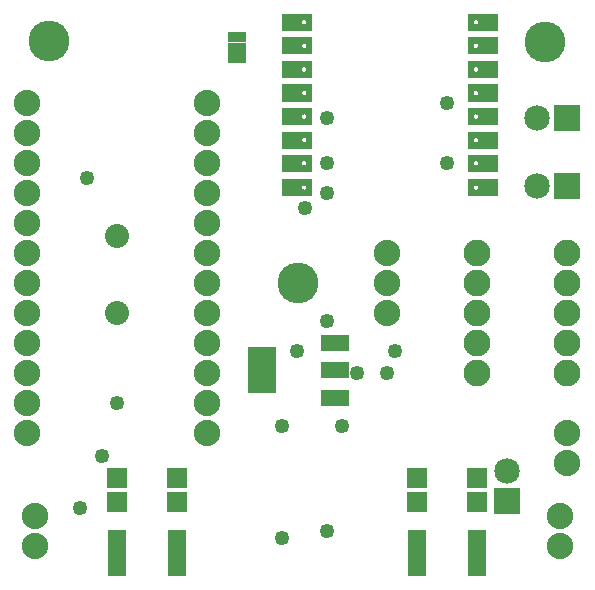
<source format=gbs>
G04 MADE WITH FRITZING*
G04 WWW.FRITZING.ORG*
G04 DOUBLE SIDED*
G04 HOLES PLATED*
G04 CONTOUR ON CENTER OF CONTOUR VECTOR*
%ASAXBY*%
%FSLAX23Y23*%
%MOIN*%
%OFA0B0*%
%SFA1.0B1.0*%
%ADD10C,0.049370*%
%ADD11C,0.135984*%
%ADD12C,0.088000*%
%ADD13C,0.085000*%
%ADD14C,0.080000*%
%ADD15C,0.089370*%
%ADD16R,0.085000X0.085000*%
%ADD17R,0.060000X0.035000*%
%ADD18R,0.061181X0.151823*%
%ADD19R,0.069055X0.065118*%
%ADD20R,0.098000X0.058000*%
%ADD21R,0.096614X0.151732*%
%ADD22R,0.001000X0.001000*%
%LNMASK0*%
G90*
G70*
G54D10*
X284Y1334D03*
X333Y409D03*
X258Y233D03*
X1084Y859D03*
X984Y759D03*
X934Y134D03*
X1284Y684D03*
X1184Y684D03*
X1084Y158D03*
X1309Y758D03*
G54D11*
X1811Y1788D03*
X157Y1790D03*
X985Y983D03*
G54D10*
X934Y509D03*
X384Y584D03*
X1134Y509D03*
G54D12*
X1859Y209D03*
X1859Y109D03*
X109Y209D03*
X109Y109D03*
G54D10*
X1484Y1584D03*
X1484Y1384D03*
X1084Y1384D03*
X1009Y1234D03*
X1084Y1534D03*
X1084Y1284D03*
G54D13*
X1884Y1309D03*
X1784Y1309D03*
X1884Y1534D03*
X1784Y1534D03*
X1684Y259D03*
X1684Y359D03*
G54D12*
X1884Y484D03*
X1884Y384D03*
X1284Y1084D03*
X1284Y984D03*
X1284Y884D03*
G54D14*
X384Y1140D03*
X384Y884D03*
X384Y1140D03*
X384Y884D03*
X384Y1140D03*
X384Y884D03*
G54D15*
X1884Y1084D03*
X1884Y984D03*
X1884Y884D03*
X1884Y784D03*
X1884Y684D03*
X1584Y1084D03*
X1584Y984D03*
X1584Y884D03*
X1584Y784D03*
X1584Y684D03*
G54D12*
X84Y1584D03*
X84Y1484D03*
X84Y1384D03*
X84Y1284D03*
X84Y1184D03*
X84Y1084D03*
X84Y984D03*
X84Y884D03*
X84Y784D03*
X84Y684D03*
X84Y584D03*
X84Y484D03*
X684Y1584D03*
X684Y1484D03*
X684Y1384D03*
X684Y1284D03*
X684Y1184D03*
X684Y1084D03*
X684Y984D03*
X684Y884D03*
X684Y784D03*
X684Y684D03*
X684Y584D03*
X684Y484D03*
G54D16*
X1884Y1309D03*
X1884Y1534D03*
X1684Y259D03*
G54D17*
X784Y1734D03*
X784Y1769D03*
X784Y1804D03*
G54D18*
X384Y84D03*
X584Y84D03*
X1384Y84D03*
X1584Y84D03*
G54D19*
X1384Y334D03*
X1384Y253D03*
X1584Y334D03*
X1584Y253D03*
X584Y334D03*
X584Y253D03*
X384Y334D03*
X384Y253D03*
G54D20*
X1109Y784D03*
X1109Y693D03*
X1109Y602D03*
G54D21*
X865Y693D03*
G54D22*
X934Y1882D02*
X1032Y1882D01*
X1554Y1882D02*
X1652Y1882D01*
X934Y1881D02*
X1032Y1881D01*
X1554Y1881D02*
X1652Y1881D01*
X934Y1880D02*
X1032Y1880D01*
X1554Y1880D02*
X1652Y1880D01*
X934Y1879D02*
X1032Y1879D01*
X1554Y1879D02*
X1652Y1879D01*
X934Y1878D02*
X1032Y1878D01*
X1554Y1878D02*
X1652Y1878D01*
X934Y1877D02*
X1032Y1877D01*
X1554Y1877D02*
X1652Y1877D01*
X934Y1876D02*
X1032Y1876D01*
X1554Y1876D02*
X1652Y1876D01*
X934Y1875D02*
X1032Y1875D01*
X1554Y1875D02*
X1652Y1875D01*
X934Y1874D02*
X1032Y1874D01*
X1554Y1874D02*
X1652Y1874D01*
X934Y1873D02*
X1032Y1873D01*
X1554Y1873D02*
X1652Y1873D01*
X934Y1872D02*
X1032Y1872D01*
X1554Y1872D02*
X1652Y1872D01*
X934Y1871D02*
X1032Y1871D01*
X1554Y1871D02*
X1652Y1871D01*
X934Y1870D02*
X1032Y1870D01*
X1554Y1870D02*
X1652Y1870D01*
X934Y1869D02*
X1032Y1869D01*
X1554Y1869D02*
X1652Y1869D01*
X934Y1868D02*
X1032Y1868D01*
X1554Y1868D02*
X1652Y1868D01*
X934Y1867D02*
X1032Y1867D01*
X1554Y1867D02*
X1652Y1867D01*
X934Y1866D02*
X1032Y1866D01*
X1554Y1866D02*
X1652Y1866D01*
X934Y1865D02*
X1032Y1865D01*
X1554Y1865D02*
X1652Y1865D01*
X934Y1864D02*
X1032Y1864D01*
X1554Y1864D02*
X1652Y1864D01*
X934Y1863D02*
X1032Y1863D01*
X1554Y1863D02*
X1652Y1863D01*
X934Y1862D02*
X1032Y1862D01*
X1554Y1862D02*
X1652Y1862D01*
X934Y1861D02*
X1005Y1861D01*
X1009Y1861D02*
X1032Y1861D01*
X1554Y1861D02*
X1577Y1861D01*
X1581Y1861D02*
X1652Y1861D01*
X934Y1860D02*
X1002Y1860D01*
X1011Y1860D02*
X1032Y1860D01*
X1554Y1860D02*
X1574Y1860D01*
X1583Y1860D02*
X1652Y1860D01*
X934Y1859D02*
X1001Y1859D01*
X1012Y1859D02*
X1032Y1859D01*
X1554Y1859D02*
X1573Y1859D01*
X1584Y1859D02*
X1652Y1859D01*
X934Y1858D02*
X1000Y1858D01*
X1013Y1858D02*
X1032Y1858D01*
X1554Y1858D02*
X1572Y1858D01*
X1585Y1858D02*
X1652Y1858D01*
X934Y1857D02*
X1000Y1857D01*
X1014Y1857D02*
X1032Y1857D01*
X1554Y1857D02*
X1572Y1857D01*
X1586Y1857D02*
X1652Y1857D01*
X934Y1856D02*
X999Y1856D01*
X1014Y1856D02*
X1032Y1856D01*
X1554Y1856D02*
X1571Y1856D01*
X1586Y1856D02*
X1652Y1856D01*
X934Y1855D02*
X999Y1855D01*
X1014Y1855D02*
X1032Y1855D01*
X1554Y1855D02*
X1571Y1855D01*
X1586Y1855D02*
X1652Y1855D01*
X934Y1854D02*
X999Y1854D01*
X1014Y1854D02*
X1032Y1854D01*
X1554Y1854D02*
X1571Y1854D01*
X1586Y1854D02*
X1652Y1854D01*
X934Y1853D02*
X999Y1853D01*
X1014Y1853D02*
X1032Y1853D01*
X1554Y1853D02*
X1571Y1853D01*
X1586Y1853D02*
X1652Y1853D01*
X934Y1852D02*
X999Y1852D01*
X1014Y1852D02*
X1032Y1852D01*
X1554Y1852D02*
X1571Y1852D01*
X1586Y1852D02*
X1652Y1852D01*
X934Y1851D02*
X1000Y1851D01*
X1014Y1851D02*
X1032Y1851D01*
X1554Y1851D02*
X1572Y1851D01*
X1586Y1851D02*
X1652Y1851D01*
X934Y1850D02*
X1000Y1850D01*
X1013Y1850D02*
X1032Y1850D01*
X1554Y1850D02*
X1572Y1850D01*
X1585Y1850D02*
X1652Y1850D01*
X934Y1849D02*
X1001Y1849D01*
X1012Y1849D02*
X1032Y1849D01*
X1554Y1849D02*
X1573Y1849D01*
X1584Y1849D02*
X1652Y1849D01*
X934Y1848D02*
X1002Y1848D01*
X1011Y1848D02*
X1032Y1848D01*
X1554Y1848D02*
X1574Y1848D01*
X1583Y1848D02*
X1652Y1848D01*
X934Y1847D02*
X1005Y1847D01*
X1009Y1847D02*
X1032Y1847D01*
X1554Y1847D02*
X1577Y1847D01*
X1581Y1847D02*
X1652Y1847D01*
X934Y1846D02*
X1032Y1846D01*
X1554Y1846D02*
X1652Y1846D01*
X934Y1845D02*
X1032Y1845D01*
X1554Y1845D02*
X1652Y1845D01*
X934Y1844D02*
X1032Y1844D01*
X1554Y1844D02*
X1652Y1844D01*
X934Y1843D02*
X1032Y1843D01*
X1554Y1843D02*
X1652Y1843D01*
X934Y1842D02*
X1032Y1842D01*
X1554Y1842D02*
X1652Y1842D01*
X934Y1841D02*
X1032Y1841D01*
X1554Y1841D02*
X1652Y1841D01*
X934Y1840D02*
X1032Y1840D01*
X1554Y1840D02*
X1652Y1840D01*
X934Y1839D02*
X1032Y1839D01*
X1554Y1839D02*
X1652Y1839D01*
X934Y1838D02*
X1032Y1838D01*
X1554Y1838D02*
X1652Y1838D01*
X934Y1837D02*
X1032Y1837D01*
X1554Y1837D02*
X1652Y1837D01*
X934Y1836D02*
X1032Y1836D01*
X1554Y1836D02*
X1652Y1836D01*
X934Y1835D02*
X1032Y1835D01*
X1554Y1835D02*
X1652Y1835D01*
X934Y1834D02*
X1032Y1834D01*
X1554Y1834D02*
X1652Y1834D01*
X934Y1833D02*
X1032Y1833D01*
X1554Y1833D02*
X1652Y1833D01*
X934Y1832D02*
X1032Y1832D01*
X1554Y1832D02*
X1652Y1832D01*
X934Y1831D02*
X1032Y1831D01*
X1554Y1831D02*
X1652Y1831D01*
X934Y1830D02*
X1032Y1830D01*
X1554Y1830D02*
X1652Y1830D01*
X934Y1829D02*
X1032Y1829D01*
X1554Y1829D02*
X1652Y1829D01*
X934Y1828D02*
X1032Y1828D01*
X1554Y1828D02*
X1652Y1828D01*
X934Y1827D02*
X1032Y1827D01*
X1554Y1827D02*
X1652Y1827D01*
X934Y1826D02*
X1032Y1826D01*
X1554Y1826D02*
X1652Y1826D01*
X934Y1803D02*
X1032Y1803D01*
X1554Y1803D02*
X1652Y1803D01*
X934Y1802D02*
X1032Y1802D01*
X1554Y1802D02*
X1652Y1802D01*
X934Y1801D02*
X1032Y1801D01*
X1554Y1801D02*
X1652Y1801D01*
X934Y1800D02*
X1032Y1800D01*
X1554Y1800D02*
X1652Y1800D01*
X934Y1799D02*
X1032Y1799D01*
X1554Y1799D02*
X1652Y1799D01*
X934Y1798D02*
X1032Y1798D01*
X1554Y1798D02*
X1652Y1798D01*
X934Y1797D02*
X1032Y1797D01*
X1554Y1797D02*
X1652Y1797D01*
X934Y1796D02*
X1032Y1796D01*
X1554Y1796D02*
X1652Y1796D01*
X934Y1795D02*
X1032Y1795D01*
X1554Y1795D02*
X1652Y1795D01*
X934Y1794D02*
X1032Y1794D01*
X1554Y1794D02*
X1652Y1794D01*
X934Y1793D02*
X1032Y1793D01*
X1554Y1793D02*
X1652Y1793D01*
X934Y1792D02*
X1032Y1792D01*
X1554Y1792D02*
X1652Y1792D01*
X934Y1791D02*
X1032Y1791D01*
X1554Y1791D02*
X1652Y1791D01*
X934Y1790D02*
X1032Y1790D01*
X1554Y1790D02*
X1652Y1790D01*
X934Y1789D02*
X1032Y1789D01*
X1554Y1789D02*
X1652Y1789D01*
X934Y1788D02*
X1032Y1788D01*
X1554Y1788D02*
X1652Y1788D01*
X934Y1787D02*
X1032Y1787D01*
X1554Y1787D02*
X1652Y1787D01*
X934Y1786D02*
X1032Y1786D01*
X1554Y1786D02*
X1652Y1786D01*
X934Y1785D02*
X1032Y1785D01*
X1554Y1785D02*
X1652Y1785D01*
X934Y1784D02*
X1032Y1784D01*
X1554Y1784D02*
X1652Y1784D01*
X934Y1783D02*
X1032Y1783D01*
X1554Y1783D02*
X1652Y1783D01*
X934Y1782D02*
X1004Y1782D01*
X1010Y1782D02*
X1032Y1782D01*
X1554Y1782D02*
X1576Y1782D01*
X1582Y1782D02*
X1652Y1782D01*
X934Y1781D02*
X1002Y1781D01*
X1012Y1781D02*
X1032Y1781D01*
X1554Y1781D02*
X1574Y1781D01*
X1584Y1781D02*
X1652Y1781D01*
X934Y1780D02*
X1001Y1780D01*
X1013Y1780D02*
X1032Y1780D01*
X1554Y1780D02*
X1573Y1780D01*
X1585Y1780D02*
X1652Y1780D01*
X934Y1779D02*
X1000Y1779D01*
X1013Y1779D02*
X1032Y1779D01*
X1554Y1779D02*
X1572Y1779D01*
X1585Y1779D02*
X1652Y1779D01*
X934Y1778D02*
X1000Y1778D01*
X1014Y1778D02*
X1032Y1778D01*
X1554Y1778D02*
X1572Y1778D01*
X1586Y1778D02*
X1652Y1778D01*
X934Y1777D02*
X999Y1777D01*
X1014Y1777D02*
X1032Y1777D01*
X1554Y1777D02*
X1571Y1777D01*
X1586Y1777D02*
X1652Y1777D01*
X934Y1776D02*
X999Y1776D01*
X1014Y1776D02*
X1032Y1776D01*
X1554Y1776D02*
X1571Y1776D01*
X1586Y1776D02*
X1652Y1776D01*
X934Y1775D02*
X999Y1775D01*
X1014Y1775D02*
X1032Y1775D01*
X1554Y1775D02*
X1571Y1775D01*
X1586Y1775D02*
X1652Y1775D01*
X934Y1774D02*
X999Y1774D01*
X1014Y1774D02*
X1032Y1774D01*
X1554Y1774D02*
X1571Y1774D01*
X1586Y1774D02*
X1652Y1774D01*
X934Y1773D02*
X999Y1773D01*
X1014Y1773D02*
X1032Y1773D01*
X1554Y1773D02*
X1572Y1773D01*
X1586Y1773D02*
X1652Y1773D01*
X934Y1772D02*
X1000Y1772D01*
X1014Y1772D02*
X1032Y1772D01*
X1554Y1772D02*
X1572Y1772D01*
X1586Y1772D02*
X1652Y1772D01*
X934Y1771D02*
X1001Y1771D01*
X1013Y1771D02*
X1032Y1771D01*
X1554Y1771D02*
X1573Y1771D01*
X1585Y1771D02*
X1652Y1771D01*
X934Y1770D02*
X1001Y1770D01*
X1012Y1770D02*
X1032Y1770D01*
X1554Y1770D02*
X1573Y1770D01*
X1584Y1770D02*
X1652Y1770D01*
X934Y1769D02*
X1003Y1769D01*
X1011Y1769D02*
X1032Y1769D01*
X1554Y1769D02*
X1575Y1769D01*
X1583Y1769D02*
X1652Y1769D01*
X934Y1768D02*
X1032Y1768D01*
X1554Y1768D02*
X1652Y1768D01*
X934Y1767D02*
X1032Y1767D01*
X1554Y1767D02*
X1652Y1767D01*
X934Y1766D02*
X1032Y1766D01*
X1554Y1766D02*
X1652Y1766D01*
X934Y1765D02*
X1032Y1765D01*
X1554Y1765D02*
X1652Y1765D01*
X934Y1764D02*
X1032Y1764D01*
X1554Y1764D02*
X1652Y1764D01*
X934Y1763D02*
X1032Y1763D01*
X1554Y1763D02*
X1652Y1763D01*
X934Y1762D02*
X1032Y1762D01*
X1554Y1762D02*
X1652Y1762D01*
X934Y1761D02*
X1032Y1761D01*
X1554Y1761D02*
X1652Y1761D01*
X934Y1760D02*
X1032Y1760D01*
X1554Y1760D02*
X1652Y1760D01*
X934Y1759D02*
X1032Y1759D01*
X1554Y1759D02*
X1652Y1759D01*
X934Y1758D02*
X1032Y1758D01*
X1554Y1758D02*
X1652Y1758D01*
X934Y1757D02*
X1032Y1757D01*
X1554Y1757D02*
X1652Y1757D01*
X934Y1756D02*
X1032Y1756D01*
X1554Y1756D02*
X1652Y1756D01*
X934Y1755D02*
X1032Y1755D01*
X1554Y1755D02*
X1652Y1755D01*
X934Y1754D02*
X1032Y1754D01*
X1554Y1754D02*
X1652Y1754D01*
X934Y1753D02*
X1032Y1753D01*
X1554Y1753D02*
X1652Y1753D01*
X934Y1752D02*
X1032Y1752D01*
X1554Y1752D02*
X1652Y1752D01*
X934Y1751D02*
X1032Y1751D01*
X1554Y1751D02*
X1652Y1751D01*
X934Y1750D02*
X1032Y1750D01*
X1554Y1750D02*
X1652Y1750D01*
X934Y1749D02*
X1032Y1749D01*
X1554Y1749D02*
X1652Y1749D01*
X934Y1748D02*
X1032Y1748D01*
X1554Y1748D02*
X1652Y1748D01*
X934Y1747D02*
X1032Y1747D01*
X1554Y1747D02*
X1652Y1747D01*
X934Y1725D02*
X1031Y1725D01*
X1554Y1725D02*
X1651Y1725D01*
X934Y1724D02*
X1032Y1724D01*
X1554Y1724D02*
X1652Y1724D01*
X934Y1723D02*
X1032Y1723D01*
X1554Y1723D02*
X1652Y1723D01*
X934Y1722D02*
X1032Y1722D01*
X1554Y1722D02*
X1652Y1722D01*
X934Y1721D02*
X1032Y1721D01*
X1554Y1721D02*
X1652Y1721D01*
X934Y1720D02*
X1032Y1720D01*
X1554Y1720D02*
X1652Y1720D01*
X934Y1719D02*
X1032Y1719D01*
X1554Y1719D02*
X1652Y1719D01*
X934Y1718D02*
X1032Y1718D01*
X1554Y1718D02*
X1652Y1718D01*
X934Y1717D02*
X1032Y1717D01*
X1554Y1717D02*
X1652Y1717D01*
X934Y1716D02*
X1032Y1716D01*
X1554Y1716D02*
X1652Y1716D01*
X934Y1715D02*
X1032Y1715D01*
X1554Y1715D02*
X1652Y1715D01*
X934Y1714D02*
X1032Y1714D01*
X1554Y1714D02*
X1652Y1714D01*
X934Y1713D02*
X1032Y1713D01*
X1554Y1713D02*
X1652Y1713D01*
X934Y1712D02*
X1032Y1712D01*
X1554Y1712D02*
X1652Y1712D01*
X934Y1711D02*
X1032Y1711D01*
X1554Y1711D02*
X1652Y1711D01*
X934Y1710D02*
X1032Y1710D01*
X1554Y1710D02*
X1652Y1710D01*
X934Y1709D02*
X1032Y1709D01*
X1554Y1709D02*
X1652Y1709D01*
X934Y1708D02*
X1032Y1708D01*
X1554Y1708D02*
X1652Y1708D01*
X934Y1707D02*
X1032Y1707D01*
X1554Y1707D02*
X1652Y1707D01*
X934Y1706D02*
X1032Y1706D01*
X1554Y1706D02*
X1652Y1706D01*
X934Y1705D02*
X1032Y1705D01*
X1554Y1705D02*
X1652Y1705D01*
X934Y1704D02*
X1032Y1704D01*
X1554Y1704D02*
X1652Y1704D01*
X934Y1703D02*
X1003Y1703D01*
X1010Y1703D02*
X1032Y1703D01*
X1554Y1703D02*
X1575Y1703D01*
X1582Y1703D02*
X1652Y1703D01*
X934Y1702D02*
X1002Y1702D01*
X1012Y1702D02*
X1032Y1702D01*
X1554Y1702D02*
X1574Y1702D01*
X1584Y1702D02*
X1652Y1702D01*
X934Y1701D02*
X1001Y1701D01*
X1013Y1701D02*
X1032Y1701D01*
X1554Y1701D02*
X1573Y1701D01*
X1585Y1701D02*
X1652Y1701D01*
X934Y1700D02*
X1000Y1700D01*
X1014Y1700D02*
X1032Y1700D01*
X1554Y1700D02*
X1572Y1700D01*
X1586Y1700D02*
X1652Y1700D01*
X934Y1699D02*
X1000Y1699D01*
X1014Y1699D02*
X1032Y1699D01*
X1554Y1699D02*
X1572Y1699D01*
X1586Y1699D02*
X1652Y1699D01*
X934Y1698D02*
X999Y1698D01*
X1014Y1698D02*
X1032Y1698D01*
X1554Y1698D02*
X1571Y1698D01*
X1586Y1698D02*
X1652Y1698D01*
X934Y1697D02*
X999Y1697D01*
X1014Y1697D02*
X1032Y1697D01*
X1554Y1697D02*
X1571Y1697D01*
X1586Y1697D02*
X1652Y1697D01*
X934Y1696D02*
X999Y1696D01*
X1014Y1696D02*
X1032Y1696D01*
X1554Y1696D02*
X1571Y1696D01*
X1586Y1696D02*
X1652Y1696D01*
X934Y1695D02*
X999Y1695D01*
X1014Y1695D02*
X1032Y1695D01*
X1554Y1695D02*
X1571Y1695D01*
X1586Y1695D02*
X1652Y1695D01*
X934Y1694D02*
X1000Y1694D01*
X1014Y1694D02*
X1032Y1694D01*
X1554Y1694D02*
X1572Y1694D01*
X1586Y1694D02*
X1652Y1694D01*
X934Y1693D02*
X1000Y1693D01*
X1014Y1693D02*
X1032Y1693D01*
X1554Y1693D02*
X1572Y1693D01*
X1586Y1693D02*
X1652Y1693D01*
X934Y1692D02*
X1001Y1692D01*
X1013Y1692D02*
X1032Y1692D01*
X1554Y1692D02*
X1573Y1692D01*
X1585Y1692D02*
X1652Y1692D01*
X934Y1691D02*
X1002Y1691D01*
X1012Y1691D02*
X1032Y1691D01*
X1554Y1691D02*
X1574Y1691D01*
X1584Y1691D02*
X1652Y1691D01*
X934Y1690D02*
X1003Y1690D01*
X1010Y1690D02*
X1032Y1690D01*
X1554Y1690D02*
X1575Y1690D01*
X1583Y1690D02*
X1652Y1690D01*
X934Y1689D02*
X1032Y1689D01*
X1554Y1689D02*
X1652Y1689D01*
X934Y1688D02*
X1032Y1688D01*
X1554Y1688D02*
X1652Y1688D01*
X934Y1687D02*
X1032Y1687D01*
X1554Y1687D02*
X1652Y1687D01*
X934Y1686D02*
X1032Y1686D01*
X1554Y1686D02*
X1652Y1686D01*
X934Y1685D02*
X1032Y1685D01*
X1554Y1685D02*
X1652Y1685D01*
X934Y1684D02*
X1032Y1684D01*
X1554Y1684D02*
X1652Y1684D01*
X934Y1683D02*
X1032Y1683D01*
X1554Y1683D02*
X1652Y1683D01*
X934Y1682D02*
X1032Y1682D01*
X1554Y1682D02*
X1652Y1682D01*
X934Y1681D02*
X1032Y1681D01*
X1554Y1681D02*
X1652Y1681D01*
X934Y1680D02*
X1032Y1680D01*
X1554Y1680D02*
X1652Y1680D01*
X934Y1679D02*
X1032Y1679D01*
X1554Y1679D02*
X1652Y1679D01*
X934Y1678D02*
X1032Y1678D01*
X1554Y1678D02*
X1652Y1678D01*
X934Y1677D02*
X1032Y1677D01*
X1554Y1677D02*
X1652Y1677D01*
X934Y1676D02*
X1032Y1676D01*
X1554Y1676D02*
X1652Y1676D01*
X934Y1675D02*
X1032Y1675D01*
X1554Y1675D02*
X1652Y1675D01*
X934Y1674D02*
X1032Y1674D01*
X1554Y1674D02*
X1652Y1674D01*
X934Y1673D02*
X1032Y1673D01*
X1554Y1673D02*
X1652Y1673D01*
X934Y1672D02*
X1032Y1672D01*
X1554Y1672D02*
X1652Y1672D01*
X934Y1671D02*
X1032Y1671D01*
X1554Y1671D02*
X1652Y1671D01*
X934Y1670D02*
X1032Y1670D01*
X1554Y1670D02*
X1652Y1670D01*
X934Y1669D02*
X1032Y1669D01*
X1554Y1669D02*
X1652Y1669D01*
X934Y1668D02*
X1031Y1668D01*
X1554Y1668D02*
X1651Y1668D01*
X934Y1646D02*
X1032Y1646D01*
X1554Y1646D02*
X1651Y1646D01*
X934Y1645D02*
X1032Y1645D01*
X1554Y1645D02*
X1652Y1645D01*
X934Y1644D02*
X1032Y1644D01*
X1554Y1644D02*
X1652Y1644D01*
X934Y1643D02*
X1032Y1643D01*
X1554Y1643D02*
X1652Y1643D01*
X934Y1642D02*
X1032Y1642D01*
X1554Y1642D02*
X1652Y1642D01*
X934Y1641D02*
X1032Y1641D01*
X1554Y1641D02*
X1652Y1641D01*
X934Y1640D02*
X1032Y1640D01*
X1554Y1640D02*
X1652Y1640D01*
X934Y1639D02*
X1032Y1639D01*
X1554Y1639D02*
X1652Y1639D01*
X934Y1638D02*
X1032Y1638D01*
X1554Y1638D02*
X1652Y1638D01*
X934Y1637D02*
X1032Y1637D01*
X1554Y1637D02*
X1652Y1637D01*
X934Y1636D02*
X1032Y1636D01*
X1554Y1636D02*
X1652Y1636D01*
X934Y1635D02*
X1032Y1635D01*
X1554Y1635D02*
X1652Y1635D01*
X934Y1634D02*
X1032Y1634D01*
X1554Y1634D02*
X1652Y1634D01*
X934Y1633D02*
X1032Y1633D01*
X1554Y1633D02*
X1652Y1633D01*
X934Y1632D02*
X1032Y1632D01*
X1554Y1632D02*
X1652Y1632D01*
X934Y1631D02*
X1032Y1631D01*
X1554Y1631D02*
X1652Y1631D01*
X934Y1630D02*
X1032Y1630D01*
X1554Y1630D02*
X1652Y1630D01*
X934Y1629D02*
X1032Y1629D01*
X1554Y1629D02*
X1652Y1629D01*
X934Y1628D02*
X1032Y1628D01*
X1554Y1628D02*
X1652Y1628D01*
X934Y1627D02*
X1032Y1627D01*
X1554Y1627D02*
X1652Y1627D01*
X934Y1626D02*
X1032Y1626D01*
X1554Y1626D02*
X1652Y1626D01*
X934Y1625D02*
X1032Y1625D01*
X1554Y1625D02*
X1652Y1625D01*
X934Y1624D02*
X1003Y1624D01*
X1011Y1624D02*
X1032Y1624D01*
X1554Y1624D02*
X1575Y1624D01*
X1583Y1624D02*
X1652Y1624D01*
X934Y1623D02*
X1001Y1623D01*
X1012Y1623D02*
X1032Y1623D01*
X1554Y1623D02*
X1573Y1623D01*
X1584Y1623D02*
X1652Y1623D01*
X934Y1622D02*
X1000Y1622D01*
X1013Y1622D02*
X1032Y1622D01*
X1554Y1622D02*
X1573Y1622D01*
X1585Y1622D02*
X1652Y1622D01*
X934Y1621D02*
X1000Y1621D01*
X1014Y1621D02*
X1032Y1621D01*
X1554Y1621D02*
X1572Y1621D01*
X1586Y1621D02*
X1652Y1621D01*
X934Y1620D02*
X999Y1620D01*
X1014Y1620D02*
X1032Y1620D01*
X1554Y1620D02*
X1571Y1620D01*
X1586Y1620D02*
X1652Y1620D01*
X934Y1619D02*
X999Y1619D01*
X1014Y1619D02*
X1032Y1619D01*
X1554Y1619D02*
X1571Y1619D01*
X1586Y1619D02*
X1652Y1619D01*
X934Y1618D02*
X999Y1618D01*
X1014Y1618D02*
X1032Y1618D01*
X1554Y1618D02*
X1571Y1618D01*
X1586Y1618D02*
X1652Y1618D01*
X934Y1617D02*
X999Y1617D01*
X1014Y1617D02*
X1032Y1617D01*
X1554Y1617D02*
X1571Y1617D01*
X1586Y1617D02*
X1652Y1617D01*
X934Y1616D02*
X999Y1616D01*
X1014Y1616D02*
X1032Y1616D01*
X1554Y1616D02*
X1571Y1616D01*
X1586Y1616D02*
X1652Y1616D01*
X934Y1615D02*
X1000Y1615D01*
X1014Y1615D02*
X1032Y1615D01*
X1554Y1615D02*
X1572Y1615D01*
X1586Y1615D02*
X1652Y1615D01*
X934Y1614D02*
X1000Y1614D01*
X1013Y1614D02*
X1032Y1614D01*
X1554Y1614D02*
X1572Y1614D01*
X1585Y1614D02*
X1652Y1614D01*
X934Y1613D02*
X1001Y1613D01*
X1013Y1613D02*
X1032Y1613D01*
X1554Y1613D02*
X1573Y1613D01*
X1585Y1613D02*
X1652Y1613D01*
X934Y1612D02*
X1002Y1612D01*
X1011Y1612D02*
X1032Y1612D01*
X1554Y1612D02*
X1574Y1612D01*
X1584Y1612D02*
X1652Y1612D01*
X934Y1611D02*
X1004Y1611D01*
X1010Y1611D02*
X1032Y1611D01*
X1554Y1611D02*
X1576Y1611D01*
X1582Y1611D02*
X1652Y1611D01*
X934Y1610D02*
X1032Y1610D01*
X1554Y1610D02*
X1652Y1610D01*
X934Y1609D02*
X1032Y1609D01*
X1554Y1609D02*
X1652Y1609D01*
X934Y1608D02*
X1032Y1608D01*
X1554Y1608D02*
X1652Y1608D01*
X934Y1607D02*
X1032Y1607D01*
X1554Y1607D02*
X1652Y1607D01*
X934Y1606D02*
X1032Y1606D01*
X1554Y1606D02*
X1652Y1606D01*
X934Y1605D02*
X1032Y1605D01*
X1554Y1605D02*
X1652Y1605D01*
X934Y1604D02*
X1032Y1604D01*
X1554Y1604D02*
X1652Y1604D01*
X934Y1603D02*
X1032Y1603D01*
X1554Y1603D02*
X1652Y1603D01*
X934Y1602D02*
X1032Y1602D01*
X1554Y1602D02*
X1652Y1602D01*
X934Y1601D02*
X1032Y1601D01*
X1554Y1601D02*
X1652Y1601D01*
X934Y1600D02*
X1032Y1600D01*
X1554Y1600D02*
X1652Y1600D01*
X934Y1599D02*
X1032Y1599D01*
X1554Y1599D02*
X1652Y1599D01*
X934Y1598D02*
X1032Y1598D01*
X1554Y1598D02*
X1652Y1598D01*
X934Y1597D02*
X1032Y1597D01*
X1554Y1597D02*
X1652Y1597D01*
X934Y1596D02*
X1032Y1596D01*
X1554Y1596D02*
X1652Y1596D01*
X934Y1595D02*
X1032Y1595D01*
X1554Y1595D02*
X1652Y1595D01*
X934Y1594D02*
X1032Y1594D01*
X1554Y1594D02*
X1652Y1594D01*
X934Y1593D02*
X1032Y1593D01*
X1554Y1593D02*
X1652Y1593D01*
X934Y1592D02*
X1032Y1592D01*
X1554Y1592D02*
X1652Y1592D01*
X934Y1591D02*
X1032Y1591D01*
X1554Y1591D02*
X1652Y1591D01*
X934Y1590D02*
X1032Y1590D01*
X1554Y1590D02*
X1652Y1590D01*
X934Y1567D02*
X1032Y1567D01*
X1554Y1567D02*
X1652Y1567D01*
X934Y1566D02*
X1032Y1566D01*
X1554Y1566D02*
X1652Y1566D01*
X934Y1565D02*
X1032Y1565D01*
X1554Y1565D02*
X1652Y1565D01*
X934Y1564D02*
X1032Y1564D01*
X1554Y1564D02*
X1652Y1564D01*
X934Y1563D02*
X1032Y1563D01*
X1554Y1563D02*
X1652Y1563D01*
X934Y1562D02*
X1032Y1562D01*
X1554Y1562D02*
X1652Y1562D01*
X934Y1561D02*
X1032Y1561D01*
X1554Y1561D02*
X1652Y1561D01*
X934Y1560D02*
X1032Y1560D01*
X1554Y1560D02*
X1652Y1560D01*
X934Y1559D02*
X1032Y1559D01*
X1554Y1559D02*
X1652Y1559D01*
X934Y1558D02*
X1032Y1558D01*
X1554Y1558D02*
X1652Y1558D01*
X934Y1557D02*
X1032Y1557D01*
X1554Y1557D02*
X1652Y1557D01*
X934Y1556D02*
X1032Y1556D01*
X1554Y1556D02*
X1652Y1556D01*
X934Y1555D02*
X1032Y1555D01*
X1554Y1555D02*
X1652Y1555D01*
X934Y1554D02*
X1032Y1554D01*
X1554Y1554D02*
X1652Y1554D01*
X934Y1553D02*
X1032Y1553D01*
X1554Y1553D02*
X1652Y1553D01*
X934Y1552D02*
X1032Y1552D01*
X1554Y1552D02*
X1652Y1552D01*
X934Y1551D02*
X1032Y1551D01*
X1554Y1551D02*
X1652Y1551D01*
X934Y1550D02*
X1032Y1550D01*
X1554Y1550D02*
X1652Y1550D01*
X934Y1549D02*
X1032Y1549D01*
X1554Y1549D02*
X1652Y1549D01*
X934Y1548D02*
X1032Y1548D01*
X1554Y1548D02*
X1652Y1548D01*
X934Y1547D02*
X1032Y1547D01*
X1554Y1547D02*
X1652Y1547D01*
X934Y1546D02*
X1004Y1546D01*
X1009Y1546D02*
X1032Y1546D01*
X1554Y1546D02*
X1577Y1546D01*
X1581Y1546D02*
X1652Y1546D01*
X934Y1545D02*
X1002Y1545D01*
X1011Y1545D02*
X1032Y1545D01*
X1554Y1545D02*
X1574Y1545D01*
X1583Y1545D02*
X1652Y1545D01*
X934Y1544D02*
X1001Y1544D01*
X1012Y1544D02*
X1032Y1544D01*
X1554Y1544D02*
X1573Y1544D01*
X1584Y1544D02*
X1652Y1544D01*
X934Y1543D02*
X1000Y1543D01*
X1013Y1543D02*
X1032Y1543D01*
X1554Y1543D02*
X1572Y1543D01*
X1585Y1543D02*
X1652Y1543D01*
X934Y1542D02*
X1000Y1542D01*
X1014Y1542D02*
X1032Y1542D01*
X1554Y1542D02*
X1572Y1542D01*
X1586Y1542D02*
X1652Y1542D01*
X934Y1541D02*
X999Y1541D01*
X1014Y1541D02*
X1032Y1541D01*
X1554Y1541D02*
X1571Y1541D01*
X1586Y1541D02*
X1652Y1541D01*
X934Y1540D02*
X999Y1540D01*
X1014Y1540D02*
X1032Y1540D01*
X1554Y1540D02*
X1571Y1540D01*
X1586Y1540D02*
X1652Y1540D01*
X934Y1539D02*
X999Y1539D01*
X1014Y1539D02*
X1032Y1539D01*
X1554Y1539D02*
X1571Y1539D01*
X1586Y1539D02*
X1652Y1539D01*
X934Y1538D02*
X999Y1538D01*
X1014Y1538D02*
X1032Y1538D01*
X1554Y1538D02*
X1571Y1538D01*
X1586Y1538D02*
X1652Y1538D01*
X934Y1537D02*
X999Y1537D01*
X1014Y1537D02*
X1032Y1537D01*
X1554Y1537D02*
X1571Y1537D01*
X1586Y1537D02*
X1652Y1537D01*
X934Y1536D02*
X1000Y1536D01*
X1014Y1536D02*
X1032Y1536D01*
X1554Y1536D02*
X1572Y1536D01*
X1586Y1536D02*
X1652Y1536D01*
X934Y1535D02*
X1000Y1535D01*
X1013Y1535D02*
X1032Y1535D01*
X1554Y1535D02*
X1572Y1535D01*
X1585Y1535D02*
X1652Y1535D01*
X934Y1534D02*
X1001Y1534D01*
X1012Y1534D02*
X1032Y1534D01*
X1554Y1534D02*
X1573Y1534D01*
X1584Y1534D02*
X1652Y1534D01*
X934Y1533D02*
X1002Y1533D01*
X1011Y1533D02*
X1032Y1533D01*
X1554Y1533D02*
X1574Y1533D01*
X1583Y1533D02*
X1652Y1533D01*
X934Y1532D02*
X1005Y1532D01*
X1008Y1532D02*
X1032Y1532D01*
X1554Y1532D02*
X1577Y1532D01*
X1581Y1532D02*
X1652Y1532D01*
X934Y1531D02*
X1032Y1531D01*
X1554Y1531D02*
X1652Y1531D01*
X934Y1530D02*
X1032Y1530D01*
X1554Y1530D02*
X1652Y1530D01*
X934Y1529D02*
X1032Y1529D01*
X1554Y1529D02*
X1652Y1529D01*
X934Y1528D02*
X1032Y1528D01*
X1554Y1528D02*
X1652Y1528D01*
X934Y1527D02*
X1032Y1527D01*
X1554Y1527D02*
X1652Y1527D01*
X934Y1526D02*
X1032Y1526D01*
X1554Y1526D02*
X1652Y1526D01*
X934Y1525D02*
X1032Y1525D01*
X1554Y1525D02*
X1652Y1525D01*
X934Y1524D02*
X1032Y1524D01*
X1554Y1524D02*
X1652Y1524D01*
X934Y1523D02*
X1032Y1523D01*
X1554Y1523D02*
X1652Y1523D01*
X934Y1522D02*
X1032Y1522D01*
X1554Y1522D02*
X1652Y1522D01*
X934Y1521D02*
X1032Y1521D01*
X1554Y1521D02*
X1652Y1521D01*
X934Y1520D02*
X1032Y1520D01*
X1554Y1520D02*
X1652Y1520D01*
X934Y1519D02*
X1032Y1519D01*
X1554Y1519D02*
X1652Y1519D01*
X934Y1518D02*
X1032Y1518D01*
X1554Y1518D02*
X1652Y1518D01*
X934Y1517D02*
X1032Y1517D01*
X1554Y1517D02*
X1652Y1517D01*
X934Y1516D02*
X1032Y1516D01*
X1554Y1516D02*
X1652Y1516D01*
X934Y1515D02*
X1032Y1515D01*
X1554Y1515D02*
X1652Y1515D01*
X934Y1514D02*
X1032Y1514D01*
X1554Y1514D02*
X1652Y1514D01*
X934Y1513D02*
X1032Y1513D01*
X1554Y1513D02*
X1652Y1513D01*
X934Y1512D02*
X1032Y1512D01*
X1554Y1512D02*
X1652Y1512D01*
X934Y1511D02*
X1032Y1511D01*
X1554Y1511D02*
X1652Y1511D01*
X934Y1488D02*
X1032Y1488D01*
X1554Y1488D02*
X1652Y1488D01*
X934Y1487D02*
X1032Y1487D01*
X1554Y1487D02*
X1652Y1487D01*
X934Y1486D02*
X1032Y1486D01*
X1554Y1486D02*
X1652Y1486D01*
X934Y1485D02*
X1032Y1485D01*
X1554Y1485D02*
X1652Y1485D01*
X934Y1484D02*
X1032Y1484D01*
X1554Y1484D02*
X1652Y1484D01*
X934Y1483D02*
X1032Y1483D01*
X1554Y1483D02*
X1652Y1483D01*
X934Y1482D02*
X1032Y1482D01*
X1554Y1482D02*
X1652Y1482D01*
X934Y1481D02*
X1032Y1481D01*
X1554Y1481D02*
X1652Y1481D01*
X934Y1480D02*
X1032Y1480D01*
X1554Y1480D02*
X1652Y1480D01*
X934Y1479D02*
X1032Y1479D01*
X1554Y1479D02*
X1652Y1479D01*
X934Y1478D02*
X1032Y1478D01*
X1554Y1478D02*
X1652Y1478D01*
X934Y1477D02*
X1032Y1477D01*
X1554Y1477D02*
X1652Y1477D01*
X934Y1476D02*
X1032Y1476D01*
X1554Y1476D02*
X1652Y1476D01*
X934Y1475D02*
X1032Y1475D01*
X1554Y1475D02*
X1652Y1475D01*
X934Y1474D02*
X1032Y1474D01*
X1554Y1474D02*
X1652Y1474D01*
X934Y1473D02*
X1032Y1473D01*
X1554Y1473D02*
X1652Y1473D01*
X934Y1472D02*
X1032Y1472D01*
X1554Y1472D02*
X1652Y1472D01*
X934Y1471D02*
X1032Y1471D01*
X1554Y1471D02*
X1652Y1471D01*
X934Y1470D02*
X1032Y1470D01*
X1554Y1470D02*
X1652Y1470D01*
X934Y1469D02*
X1032Y1469D01*
X1554Y1469D02*
X1652Y1469D01*
X934Y1468D02*
X1032Y1468D01*
X1554Y1468D02*
X1652Y1468D01*
X934Y1467D02*
X1004Y1467D01*
X1010Y1467D02*
X1032Y1467D01*
X1554Y1467D02*
X1576Y1467D01*
X1582Y1467D02*
X1652Y1467D01*
X934Y1466D02*
X1002Y1466D01*
X1012Y1466D02*
X1032Y1466D01*
X1554Y1466D02*
X1574Y1466D01*
X1584Y1466D02*
X1652Y1466D01*
X934Y1465D02*
X1001Y1465D01*
X1013Y1465D02*
X1032Y1465D01*
X1554Y1465D02*
X1573Y1465D01*
X1585Y1465D02*
X1652Y1465D01*
X934Y1464D02*
X1000Y1464D01*
X1013Y1464D02*
X1032Y1464D01*
X1554Y1464D02*
X1572Y1464D01*
X1586Y1464D02*
X1652Y1464D01*
X934Y1463D02*
X1000Y1463D01*
X1014Y1463D02*
X1032Y1463D01*
X1554Y1463D02*
X1572Y1463D01*
X1586Y1463D02*
X1652Y1463D01*
X934Y1462D02*
X999Y1462D01*
X1014Y1462D02*
X1032Y1462D01*
X1554Y1462D02*
X1571Y1462D01*
X1586Y1462D02*
X1652Y1462D01*
X934Y1461D02*
X999Y1461D01*
X1014Y1461D02*
X1032Y1461D01*
X1554Y1461D02*
X1571Y1461D01*
X1586Y1461D02*
X1652Y1461D01*
X934Y1460D02*
X999Y1460D01*
X1014Y1460D02*
X1032Y1460D01*
X1554Y1460D02*
X1571Y1460D01*
X1586Y1460D02*
X1652Y1460D01*
X934Y1459D02*
X999Y1459D01*
X1014Y1459D02*
X1032Y1459D01*
X1554Y1459D02*
X1571Y1459D01*
X1586Y1459D02*
X1652Y1459D01*
X934Y1458D02*
X999Y1458D01*
X1014Y1458D02*
X1032Y1458D01*
X1554Y1458D02*
X1572Y1458D01*
X1586Y1458D02*
X1652Y1458D01*
X934Y1457D02*
X1000Y1457D01*
X1014Y1457D02*
X1032Y1457D01*
X1554Y1457D02*
X1572Y1457D01*
X1586Y1457D02*
X1652Y1457D01*
X934Y1456D02*
X1001Y1456D01*
X1013Y1456D02*
X1032Y1456D01*
X1554Y1456D02*
X1573Y1456D01*
X1585Y1456D02*
X1652Y1456D01*
X934Y1455D02*
X1002Y1455D01*
X1012Y1455D02*
X1032Y1455D01*
X1554Y1455D02*
X1574Y1455D01*
X1584Y1455D02*
X1652Y1455D01*
X934Y1454D02*
X1003Y1454D01*
X1011Y1454D02*
X1032Y1454D01*
X1554Y1454D02*
X1575Y1454D01*
X1583Y1454D02*
X1652Y1454D01*
X934Y1453D02*
X1032Y1453D01*
X1554Y1453D02*
X1652Y1453D01*
X934Y1452D02*
X1032Y1452D01*
X1554Y1452D02*
X1652Y1452D01*
X934Y1451D02*
X1032Y1451D01*
X1554Y1451D02*
X1652Y1451D01*
X934Y1450D02*
X1032Y1450D01*
X1554Y1450D02*
X1652Y1450D01*
X934Y1449D02*
X1032Y1449D01*
X1554Y1449D02*
X1652Y1449D01*
X934Y1448D02*
X1032Y1448D01*
X1554Y1448D02*
X1652Y1448D01*
X934Y1447D02*
X1032Y1447D01*
X1554Y1447D02*
X1652Y1447D01*
X934Y1446D02*
X1032Y1446D01*
X1554Y1446D02*
X1652Y1446D01*
X934Y1445D02*
X1032Y1445D01*
X1554Y1445D02*
X1652Y1445D01*
X934Y1444D02*
X1032Y1444D01*
X1554Y1444D02*
X1652Y1444D01*
X934Y1443D02*
X1032Y1443D01*
X1554Y1443D02*
X1652Y1443D01*
X934Y1442D02*
X1032Y1442D01*
X1554Y1442D02*
X1652Y1442D01*
X934Y1441D02*
X1032Y1441D01*
X1554Y1441D02*
X1652Y1441D01*
X934Y1440D02*
X1032Y1440D01*
X1554Y1440D02*
X1652Y1440D01*
X934Y1439D02*
X1032Y1439D01*
X1554Y1439D02*
X1652Y1439D01*
X934Y1438D02*
X1032Y1438D01*
X1554Y1438D02*
X1652Y1438D01*
X934Y1437D02*
X1032Y1437D01*
X1554Y1437D02*
X1652Y1437D01*
X934Y1436D02*
X1032Y1436D01*
X1554Y1436D02*
X1652Y1436D01*
X934Y1435D02*
X1032Y1435D01*
X1554Y1435D02*
X1652Y1435D01*
X934Y1434D02*
X1032Y1434D01*
X1554Y1434D02*
X1652Y1434D01*
X934Y1433D02*
X1032Y1433D01*
X1554Y1433D02*
X1652Y1433D01*
X934Y1432D02*
X1031Y1432D01*
X1554Y1432D02*
X1651Y1432D01*
X934Y1412D02*
X1032Y1412D01*
X1554Y1412D02*
X1652Y1412D01*
X934Y1411D02*
X1032Y1411D01*
X1554Y1411D02*
X1652Y1411D01*
X934Y1410D02*
X1032Y1410D01*
X1554Y1410D02*
X1652Y1410D01*
X934Y1409D02*
X1032Y1409D01*
X1554Y1409D02*
X1652Y1409D01*
X934Y1408D02*
X1032Y1408D01*
X1554Y1408D02*
X1652Y1408D01*
X934Y1407D02*
X1032Y1407D01*
X1554Y1407D02*
X1652Y1407D01*
X934Y1406D02*
X1032Y1406D01*
X1554Y1406D02*
X1652Y1406D01*
X934Y1405D02*
X1032Y1405D01*
X1554Y1405D02*
X1652Y1405D01*
X934Y1404D02*
X1032Y1404D01*
X1554Y1404D02*
X1652Y1404D01*
X934Y1403D02*
X1032Y1403D01*
X1554Y1403D02*
X1652Y1403D01*
X934Y1402D02*
X1032Y1402D01*
X1554Y1402D02*
X1652Y1402D01*
X934Y1401D02*
X1032Y1401D01*
X1554Y1401D02*
X1652Y1401D01*
X934Y1400D02*
X1032Y1400D01*
X1554Y1400D02*
X1652Y1400D01*
X934Y1399D02*
X1032Y1399D01*
X1554Y1399D02*
X1652Y1399D01*
X934Y1398D02*
X1032Y1398D01*
X1554Y1398D02*
X1652Y1398D01*
X934Y1397D02*
X1032Y1397D01*
X1554Y1397D02*
X1652Y1397D01*
X934Y1396D02*
X1032Y1396D01*
X1554Y1396D02*
X1652Y1396D01*
X934Y1395D02*
X1032Y1395D01*
X1554Y1395D02*
X1652Y1395D01*
X934Y1394D02*
X1032Y1394D01*
X1554Y1394D02*
X1652Y1394D01*
X934Y1393D02*
X1032Y1393D01*
X1554Y1393D02*
X1652Y1393D01*
X934Y1392D02*
X1032Y1392D01*
X1554Y1392D02*
X1652Y1392D01*
X934Y1391D02*
X1032Y1391D01*
X1554Y1391D02*
X1652Y1391D01*
X934Y1390D02*
X1003Y1390D01*
X1011Y1390D02*
X1032Y1390D01*
X1554Y1390D02*
X1575Y1390D01*
X1583Y1390D02*
X1652Y1390D01*
X934Y1389D02*
X1001Y1389D01*
X1012Y1389D02*
X1032Y1389D01*
X1554Y1389D02*
X1573Y1389D01*
X1584Y1389D02*
X1652Y1389D01*
X934Y1388D02*
X1000Y1388D01*
X1013Y1388D02*
X1032Y1388D01*
X1554Y1388D02*
X1573Y1388D01*
X1585Y1388D02*
X1652Y1388D01*
X934Y1387D02*
X1000Y1387D01*
X1014Y1387D02*
X1032Y1387D01*
X1554Y1387D02*
X1572Y1387D01*
X1586Y1387D02*
X1652Y1387D01*
X934Y1386D02*
X999Y1386D01*
X1014Y1386D02*
X1032Y1386D01*
X1554Y1386D02*
X1571Y1386D01*
X1586Y1386D02*
X1652Y1386D01*
X934Y1385D02*
X999Y1385D01*
X1014Y1385D02*
X1032Y1385D01*
X1554Y1385D02*
X1571Y1385D01*
X1586Y1385D02*
X1652Y1385D01*
X934Y1384D02*
X999Y1384D01*
X1014Y1384D02*
X1032Y1384D01*
X1554Y1384D02*
X1571Y1384D01*
X1586Y1384D02*
X1652Y1384D01*
X934Y1383D02*
X999Y1383D01*
X1014Y1383D02*
X1032Y1383D01*
X1554Y1383D02*
X1571Y1383D01*
X1586Y1383D02*
X1652Y1383D01*
X934Y1382D02*
X999Y1382D01*
X1014Y1382D02*
X1032Y1382D01*
X1554Y1382D02*
X1571Y1382D01*
X1586Y1382D02*
X1652Y1382D01*
X934Y1381D02*
X1000Y1381D01*
X1014Y1381D02*
X1032Y1381D01*
X1554Y1381D02*
X1572Y1381D01*
X1586Y1381D02*
X1652Y1381D01*
X934Y1380D02*
X1000Y1380D01*
X1013Y1380D02*
X1032Y1380D01*
X1554Y1380D02*
X1572Y1380D01*
X1585Y1380D02*
X1652Y1380D01*
X934Y1379D02*
X1001Y1379D01*
X1013Y1379D02*
X1032Y1379D01*
X1554Y1379D02*
X1573Y1379D01*
X1585Y1379D02*
X1652Y1379D01*
X934Y1378D02*
X1002Y1378D01*
X1011Y1378D02*
X1032Y1378D01*
X1554Y1378D02*
X1574Y1378D01*
X1583Y1378D02*
X1652Y1378D01*
X934Y1377D02*
X1004Y1377D01*
X1010Y1377D02*
X1032Y1377D01*
X1554Y1377D02*
X1576Y1377D01*
X1582Y1377D02*
X1652Y1377D01*
X934Y1376D02*
X1032Y1376D01*
X1554Y1376D02*
X1652Y1376D01*
X934Y1375D02*
X1032Y1375D01*
X1554Y1375D02*
X1652Y1375D01*
X934Y1374D02*
X1032Y1374D01*
X1554Y1374D02*
X1652Y1374D01*
X934Y1373D02*
X1032Y1373D01*
X1554Y1373D02*
X1652Y1373D01*
X934Y1372D02*
X1032Y1372D01*
X1554Y1372D02*
X1652Y1372D01*
X934Y1371D02*
X1032Y1371D01*
X1554Y1371D02*
X1652Y1371D01*
X934Y1370D02*
X1032Y1370D01*
X1554Y1370D02*
X1652Y1370D01*
X934Y1369D02*
X1032Y1369D01*
X1554Y1369D02*
X1652Y1369D01*
X934Y1368D02*
X1032Y1368D01*
X1554Y1368D02*
X1652Y1368D01*
X934Y1367D02*
X1032Y1367D01*
X1554Y1367D02*
X1652Y1367D01*
X934Y1366D02*
X1032Y1366D01*
X1554Y1366D02*
X1652Y1366D01*
X934Y1365D02*
X1032Y1365D01*
X1554Y1365D02*
X1652Y1365D01*
X934Y1364D02*
X1032Y1364D01*
X1554Y1364D02*
X1652Y1364D01*
X934Y1363D02*
X1032Y1363D01*
X1554Y1363D02*
X1652Y1363D01*
X934Y1362D02*
X1032Y1362D01*
X1554Y1362D02*
X1652Y1362D01*
X934Y1361D02*
X1032Y1361D01*
X1554Y1361D02*
X1652Y1361D01*
X934Y1360D02*
X1032Y1360D01*
X1554Y1360D02*
X1652Y1360D01*
X934Y1359D02*
X1032Y1359D01*
X1554Y1359D02*
X1652Y1359D01*
X934Y1358D02*
X1032Y1358D01*
X1554Y1358D02*
X1652Y1358D01*
X934Y1357D02*
X1032Y1357D01*
X1554Y1357D02*
X1652Y1357D01*
X934Y1356D02*
X1032Y1356D01*
X1554Y1356D02*
X1652Y1356D01*
X934Y1331D02*
X1032Y1331D01*
X1554Y1331D02*
X1651Y1331D01*
X934Y1330D02*
X1032Y1330D01*
X1554Y1330D02*
X1652Y1330D01*
X934Y1329D02*
X1032Y1329D01*
X1554Y1329D02*
X1652Y1329D01*
X934Y1328D02*
X1032Y1328D01*
X1554Y1328D02*
X1652Y1328D01*
X934Y1327D02*
X1032Y1327D01*
X1554Y1327D02*
X1652Y1327D01*
X934Y1326D02*
X1032Y1326D01*
X1554Y1326D02*
X1652Y1326D01*
X934Y1325D02*
X1032Y1325D01*
X1554Y1325D02*
X1652Y1325D01*
X934Y1324D02*
X1032Y1324D01*
X1554Y1324D02*
X1652Y1324D01*
X934Y1323D02*
X1032Y1323D01*
X1554Y1323D02*
X1652Y1323D01*
X934Y1322D02*
X1032Y1322D01*
X1554Y1322D02*
X1652Y1322D01*
X934Y1321D02*
X1032Y1321D01*
X1554Y1321D02*
X1652Y1321D01*
X934Y1320D02*
X1032Y1320D01*
X1554Y1320D02*
X1652Y1320D01*
X934Y1319D02*
X1032Y1319D01*
X1554Y1319D02*
X1652Y1319D01*
X934Y1318D02*
X1032Y1318D01*
X1554Y1318D02*
X1652Y1318D01*
X934Y1317D02*
X1032Y1317D01*
X1554Y1317D02*
X1652Y1317D01*
X934Y1316D02*
X1032Y1316D01*
X1554Y1316D02*
X1652Y1316D01*
X934Y1315D02*
X1032Y1315D01*
X1554Y1315D02*
X1652Y1315D01*
X934Y1314D02*
X1032Y1314D01*
X1554Y1314D02*
X1652Y1314D01*
X934Y1313D02*
X1032Y1313D01*
X1554Y1313D02*
X1652Y1313D01*
X934Y1312D02*
X1032Y1312D01*
X1554Y1312D02*
X1652Y1312D01*
X934Y1311D02*
X1032Y1311D01*
X1554Y1311D02*
X1652Y1311D01*
X934Y1310D02*
X1005Y1310D01*
X1008Y1310D02*
X1032Y1310D01*
X1554Y1310D02*
X1652Y1310D01*
X934Y1309D02*
X1002Y1309D01*
X1011Y1309D02*
X1032Y1309D01*
X1554Y1309D02*
X1575Y1309D01*
X1583Y1309D02*
X1652Y1309D01*
X934Y1308D02*
X1001Y1308D01*
X1012Y1308D02*
X1032Y1308D01*
X1554Y1308D02*
X1573Y1308D01*
X1584Y1308D02*
X1652Y1308D01*
X934Y1307D02*
X1000Y1307D01*
X1013Y1307D02*
X1032Y1307D01*
X1554Y1307D02*
X1572Y1307D01*
X1585Y1307D02*
X1652Y1307D01*
X934Y1306D02*
X1000Y1306D01*
X1014Y1306D02*
X1032Y1306D01*
X1554Y1306D02*
X1572Y1306D01*
X1586Y1306D02*
X1652Y1306D01*
X934Y1305D02*
X999Y1305D01*
X1014Y1305D02*
X1032Y1305D01*
X1554Y1305D02*
X1571Y1305D01*
X1586Y1305D02*
X1652Y1305D01*
X934Y1304D02*
X999Y1304D01*
X1014Y1304D02*
X1032Y1304D01*
X1554Y1304D02*
X1571Y1304D01*
X1586Y1304D02*
X1652Y1304D01*
X934Y1303D02*
X999Y1303D01*
X1014Y1303D02*
X1032Y1303D01*
X1554Y1303D02*
X1571Y1303D01*
X1586Y1303D02*
X1652Y1303D01*
X934Y1302D02*
X999Y1302D01*
X1014Y1302D02*
X1032Y1302D01*
X1554Y1302D02*
X1571Y1302D01*
X1586Y1302D02*
X1652Y1302D01*
X934Y1301D02*
X999Y1301D01*
X1014Y1301D02*
X1032Y1301D01*
X1554Y1301D02*
X1571Y1301D01*
X1586Y1301D02*
X1652Y1301D01*
X934Y1300D02*
X1000Y1300D01*
X1014Y1300D02*
X1032Y1300D01*
X1554Y1300D02*
X1572Y1300D01*
X1586Y1300D02*
X1652Y1300D01*
X934Y1299D02*
X1000Y1299D01*
X1013Y1299D02*
X1032Y1299D01*
X1554Y1299D02*
X1572Y1299D01*
X1585Y1299D02*
X1652Y1299D01*
X934Y1298D02*
X1001Y1298D01*
X1012Y1298D02*
X1032Y1298D01*
X1554Y1298D02*
X1573Y1298D01*
X1585Y1298D02*
X1652Y1298D01*
X934Y1297D02*
X1002Y1297D01*
X1011Y1297D02*
X1032Y1297D01*
X1554Y1297D02*
X1574Y1297D01*
X1583Y1297D02*
X1652Y1297D01*
X934Y1296D02*
X1004Y1296D01*
X1009Y1296D02*
X1032Y1296D01*
X1554Y1296D02*
X1576Y1296D01*
X1582Y1296D02*
X1652Y1296D01*
X934Y1295D02*
X1032Y1295D01*
X1554Y1295D02*
X1652Y1295D01*
X934Y1294D02*
X1032Y1294D01*
X1554Y1294D02*
X1652Y1294D01*
X934Y1293D02*
X1032Y1293D01*
X1554Y1293D02*
X1652Y1293D01*
X934Y1292D02*
X1032Y1292D01*
X1554Y1292D02*
X1652Y1292D01*
X934Y1291D02*
X1032Y1291D01*
X1554Y1291D02*
X1652Y1291D01*
X934Y1290D02*
X1032Y1290D01*
X1554Y1290D02*
X1652Y1290D01*
X934Y1289D02*
X1032Y1289D01*
X1554Y1289D02*
X1652Y1289D01*
X934Y1288D02*
X1032Y1288D01*
X1554Y1288D02*
X1652Y1288D01*
X934Y1287D02*
X1032Y1287D01*
X1554Y1287D02*
X1652Y1287D01*
X934Y1286D02*
X1032Y1286D01*
X1554Y1286D02*
X1652Y1286D01*
X934Y1285D02*
X1032Y1285D01*
X1554Y1285D02*
X1652Y1285D01*
X934Y1284D02*
X1032Y1284D01*
X1554Y1284D02*
X1652Y1284D01*
X934Y1283D02*
X1032Y1283D01*
X1554Y1283D02*
X1652Y1283D01*
X934Y1282D02*
X1032Y1282D01*
X1554Y1282D02*
X1652Y1282D01*
X934Y1281D02*
X1032Y1281D01*
X1554Y1281D02*
X1652Y1281D01*
X934Y1280D02*
X1032Y1280D01*
X1554Y1280D02*
X1652Y1280D01*
X934Y1279D02*
X1032Y1279D01*
X1554Y1279D02*
X1652Y1279D01*
X934Y1278D02*
X1032Y1278D01*
X1554Y1278D02*
X1652Y1278D01*
X934Y1277D02*
X1032Y1277D01*
X1554Y1277D02*
X1652Y1277D01*
X934Y1276D02*
X1032Y1276D01*
X1554Y1276D02*
X1652Y1276D01*
X934Y1275D02*
X1032Y1275D01*
X1554Y1275D02*
X1652Y1275D01*
D02*
G04 End of Mask0*
M02*
</source>
